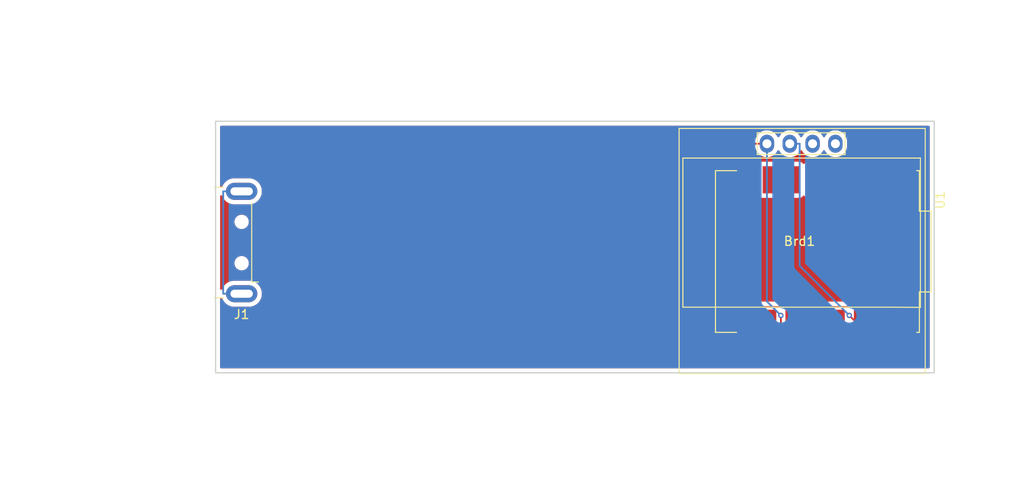
<source format=kicad_pcb>
(kicad_pcb (version 20241229) (generator "pcbnew") (generator_version "9.0")
  (layers (0 "F.Cu" signal) (2 "B.Cu" signal) (13 "F.Paste" user) (15 "B.Paste" user) (5 "F.SilkS" user "F.Silkscreen") (7 "B.SilkS" user "B.Silkscreen") (1 "F.Mask" user) (3 "B.Mask" user) (25 "Edge.Cuts" user))
  (net 0 "")
  (net 1 "GND")
  (net 4 "+5V")
  (net 16 "unconnected-(J1-Shield-Pad5)")
  (net 21 "+3.3V")
  (footprint "CustomLibrary:128x64OLED" (layer "F.Cu") (at 125 100.6)
    (property "Reference" "Brd1" (at 0 0.254 0) (layer "F.SilkS"))
    (property "Value" "SSD1306")
    (fp_line (start -13.4 -12.3) (end 14 -12.3) (stroke (width 0.12)) (layer "F.SilkS"))
    (fp_line (start -13.4 15) (end -13.4 -12.3) (stroke (width 0.12)) (layer "F.SilkS"))
    (fp_line (start -12.978 -9.005) (end 10.122 -9.005) (stroke (width 0.12)) (layer "F.SilkS"))
    (fp_line (start -12.978 7.595) (end -12.978 -9.005) (stroke (width 0.12)) (layer "F.SilkS"))
    (fp_line (start -4.699 -11.811) (end -4.699 -9.398) (stroke (width 0.12)) (layer "F.SilkS"))
    (fp_line (start -4.699 -11.811) (end 5.08 -11.811) (stroke (width 0.12)) (layer "F.SilkS"))
    (fp_line (start 5.08 -11.811) (end 5.08 -9.398) (stroke (width 0.12)) (layer "F.SilkS"))
    (fp_line (start 5.08 -9.398) (end -4.699 -9.398) (stroke (width 0.12)) (layer "F.SilkS"))
    (fp_line (start 10.122 -9.005) (end 13.208 -9.005) (stroke (width 0.12)) (layer "F.SilkS"))
    (fp_line (start 10.122 7.595) (end -12.978 7.595) (stroke (width 0.12)) (layer "F.SilkS"))
    (fp_line (start 10.122 7.595) (end 13.462 7.62) (stroke (width 0.12)) (layer "F.SilkS"))
    (fp_line (start 13.462 -9.017) (end 13.208 -9.005) (stroke (width 0.12)) (layer "F.SilkS"))
    (fp_line (start 13.462 7.62) (end 13.462 -9.017) (stroke (width 0.12)) (layer "F.SilkS"))
    (fp_line (start 14 -12.3) (end 14 15) (stroke (width 0.12)) (layer "F.SilkS"))
    (fp_line (start 14 15) (end -13.4 15) (stroke (width 0.12)) (layer "F.SilkS"))
    (pad "1" thru_hole oval (at -3.62 -10.6 90) (size 2 1.6) (drill 1) (layers "*.Cu" "*.Mask") (net 1 "GND"))
    (pad "2" thru_hole oval (at -1.08 -10.6 90) (size 2 1.6) (drill 1) (layers "*.Cu" "*.Mask") (net 21 "+3.3V"))
    (pad "3" thru_hole oval (at 1.46 -10.6 90) (size 2 1.6) (drill 1) (layers "*.Cu" "*.Mask"))
    (pad "4" thru_hole oval (at 4 -10.6 90) (size 2 1.6) (drill 1) (layers "*.Cu" "*.Mask"))
  )
  (footprint "Connector_USB:USB_A_CNCTech_1001-011-01101_Horizontal" (layer "F.Cu") (at 56 101 180)
    (property "Reference" "J1" (at -6.9 -8 0) (layer "F.SilkS"))
    (property "Value" "USB_A")
    (fp_line (start -4.85 6.145) (end -3.8 6.145) (stroke (width 0.12)) (layer "F.SilkS"))
    (fp_line (start -4.85 -6.145) (end -3.8 -6.145) (stroke (width 0.12)) (layer "F.SilkS"))
    (fp_line (start -8.02 -4.4) (end -8.02 4.4) (stroke (width 0.12)) (layer "F.SilkS"))
    (fp_line (start -8.02 -4.4) (end -8.775 -4.4) (stroke (width 0.12)) (layer "F.SilkS"))
    (pad "" np_thru_hole circle (at -6.9 -2.3 180) (size 1.1 1.1) (drill 1.1) (layers "*.Cu" "*.Mask"))
    (pad "" np_thru_hole circle (at -6.9 2.3 180) (size 1.1 1.1) (drill 1.1) (layers "*.Cu" "*.Mask"))
    (pad "1" smd rect (at -9.65 -3.5 180) (size 2.5 1.1) (layers "F.Cu" "F.Mask" "F.Paste") (net 4 "+5V"))
    (pad "2" smd rect (at -9.65 -1 180) (size 2.5 1.1) (layers "F.Cu" "F.Mask" "F.Paste"))
    (pad "3" smd rect (at -9.65 1 180) (size 2.5 1.1) (layers "F.Cu" "F.Mask" "F.Paste"))
    (pad "4" smd rect (at -9.65 3.5 180) (size 2.5 1.1) (layers "F.Cu" "F.Mask" "F.Paste") (net 1 "GND"))
    (pad "5" thru_hole oval (at -6.9 -5.7 180) (size 3.5 1.9) (drill oval 2.5 0.9) (property pad_prop_heatsink) (layers "*.Cu" "*.Mask") (net 16 "unconnected-(J1-Shield-Pad5)"))
    (pad "5" thru_hole oval (at -6.9 5.7 180) (size 3.5 1.9) (drill oval 2.5 0.9) (property pad_prop_heatsink) (layers "*.Cu" "*.Mask") (net 16 "unconnected-(J1-Shield-Pad5)"))
  )
  (footprint "CustomLibrary:ESP32-C3_SUPERMINI_SMD" (layer "F.Cu") (at 127 102 -90)
    (property "Reference" "U1" (at -5.715 -13.6525 90) (layer "F.SilkS"))
    (property "Value" "ESP32-C3_SUPERMINI")
    (fp_line (start -9 11.35) (end -9 9) (stroke (width 0.127)) (layer "F.SilkS"))
    (fp_line (start 9 11.35) (end -9 11.35) (stroke (width 0.127)) (layer "F.SilkS"))
    (fp_line (start 9 11.35) (end 9 9) (stroke (width 0.127)) (layer "F.SilkS"))
    (fp_line (start -9 -11.05) (end -9 -11.35) (stroke (width 0.127)) (layer "F.SilkS"))
    (fp_line (start 9 -11.05) (end 9 -11.35) (stroke (width 0.127)) (layer "F.SilkS"))
    (fp_line (start -4.5 -11.35) (end -9 -11.35) (stroke (width 0.127)) (layer "F.SilkS"))
    (fp_line (start 9 -11.35) (end 4.5 -11.35) (stroke (width 0.127)) (layer "F.SilkS"))
    (fp_line (start -4.5 -12.65) (end -4.5 -11.35) (stroke (width 0.127)) (layer "F.SilkS"))
    (fp_line (start 4.5 -12.65) (end 4.5 -11.35) (stroke (width 0.127)) (layer "F.SilkS"))
    (fp_line (start 4.5 -12.65) (end -4.5 -12.65) (stroke (width 0.127)) (layer "F.SilkS"))
    (pad "0" smd rect (at 7.985 7.88 270) (size 3.025 1.524) (layers "F.Cu" "F.Mask" "F.Paste"))
    (pad "1" smd rect (at 7.985 5.34 270) (size 3.025 1.524) (layers "F.Cu" "F.Mask" "F.Paste"))
    (pad "2" smd rect (at 7.985 2.8 270) (size 3.025 1.524) (layers "F.Cu" "F.Mask" "F.Paste"))
    (pad "3" smd rect (at 7.985 0.26 270) (size 3.025 1.524) (layers "F.Cu" "F.Mask" "F.Paste"))
    (pad "3.3" smd rect (at 7.985 -4.82 270) (size 3.025 1.524) (layers "F.Cu" "F.Mask" "F.Paste") (net 21 "+3.3V"))
    (pad "4" smd rect (at 7.985 -2.28 270) (size 3.025 1.524) (layers "F.Cu" "F.Mask" "F.Paste"))
    (pad "5" smd rect (at -7.985 -9.9 270) (size 3.025 1.524) (layers "F.Cu" "F.Mask" "F.Paste"))
    (pad "5V" smd rect (at 7.985 -9.9 270) (size 3.025 1.524) (layers "F.Cu" "F.Mask" "F.Paste") (net 4 "+5V"))
    (pad "6" smd rect (at -7.985 -7.36 270) (size 3.025 1.524) (layers "F.Cu" "F.Mask" "F.Paste"))
    (pad "7" smd rect (at -7.985 -4.82 270) (size 3.025 1.524) (layers "F.Cu" "F.Mask" "F.Paste"))
    (pad "8" smd rect (at -7.985 -2.28 270) (size 3.025 1.524) (layers "F.Cu" "F.Mask" "F.Paste"))
    (pad "9" smd rect (at -7.985 0.26 270) (size 3.025 1.524) (layers "F.Cu" "F.Mask" "F.Paste"))
    (pad "10" smd rect (at -7.985 2.8 270) (size 3.025 1.524) (layers "F.Cu" "F.Mask" "F.Paste"))
    (pad "20" smd rect (at -7.985 5.34 270) (size 3.025 1.524) (layers "F.Cu" "F.Mask" "F.Paste"))
    (pad "21" smd rect (at -7.985 7.88 270) (size 3.025 1.524) (layers "F.Cu" "F.Mask" "F.Paste"))
    (pad "G" smd rect (at 7.985 -7.36 270) (size 3.025 1.524) (layers "F.Cu" "F.Mask" "F.Paste") (net 1 "GND"))
  )
  (gr_rect (start 60 87.5) (end 140 115.5) (stroke (width 0.15)) (fill no) (layer "Edge.Cuts"))
  (segment (start 134.36 111.7992) (end 123.313 111.7992) (width 0.2) (layer "F.Cu") (net 1))
  (segment (start 65.65 97.5) (end 67.2017 97.5) (width 0.2) (layer "F.Cu") (net 1))
  (segment (start 123.313 111.7992) (end 122.93 111.4162) (width 0.2) (layer "F.Cu") (net 1))
  (segment (start 74.7017 90) (end 121.38 90) (width 0.2) (layer "F.Cu") (net 1))
  (segment (start 67.2017 97.5) (end 74.7017 90) (width 0.2) (layer "F.Cu") (net 1))
  (segment (start 134.36 109.985) (end 134.36 111.7992) (width 0.2) (layer "F.Cu") (net 1))
  (segment (start 122.93 111.4162) (end 122.93 109.1154) (width 0.2) (layer "F.Cu") (net 1))
  (via (at 122.93 109.1154) (size 0.6) (drill 0.3) (layers "F.Cu" "B.Cu") (net 1))
  (segment (start 122.93 109.1154) (end 121.38 107.5654) (width 0.2) (layer "B.Cu") (net 1))
  (segment (start 121.38 107.5654) (end 121.38 90) (width 0.2) (layer "B.Cu") (net 1))
  (segment (start 136.9 108.1708) (end 70.8725 108.1708) (width 0.2) (layer "F.Cu") (net 4))
  (segment (start 70.8725 108.1708) (end 67.2017 104.5) (width 0.2) (layer "F.Cu") (net 4))
  (segment (start 136.9 109.985) (end 136.9 108.1708) (width 0.2) (layer "F.Cu") (net 4))
  (segment (start 65.65 104.5) (end 67.2017 104.5) (width 0.2) (layer "F.Cu") (net 4))
  (segment (start 62.9 106.7) (end 60.8483 106.7) (width 0.2) (layer "B.Cu") (net 16))
  (segment (start 60.8483 95.3) (end 60.8483 106.7) (width 0.2) (layer "B.Cu") (net 16))
  (segment (start 62.9 95.3) (end 60.8483 95.3) (width 0.2) (layer "B.Cu") (net 16))
  (segment (start 131.4196 109.985) (end 130.55 109.1154) (width 0.2) (layer "F.Cu") (net 21))
  (segment (start 131.82 109.985) (end 131.4196 109.985) (width 0.2) (layer "F.Cu") (net 21))
  (via (at 130.55 109.1154) (size 0.6) (drill 0.3) (layers "F.Cu" "B.Cu") (net 21))
  (segment (start 130.55 109.1154) (end 125.0217 103.5871) (width 0.2) (layer "B.Cu") (net 21))
  (segment (start 123.92 90) (end 125.0217 90) (width 0.2) (layer "B.Cu") (net 21))
  (segment (start 125.0217 103.5871) (end 125.0217 90) (width 0.2) (layer "B.Cu") (net 21))
  (zone (net 0) (net_name "") (layers "F.Cu" "B.Cu") (connect_pads (clearance 0.5)) (min_thickness 0.25) (fill yes (thermal_gap 0.5) (thermal_bridge_width 0.5) (island_removal_mode 1) (island_area_min 10))
    (polygon (pts (xy 36 74) (xy 36 128) (xy 150 128) (xy 150 74)))
  )
)
</source>
